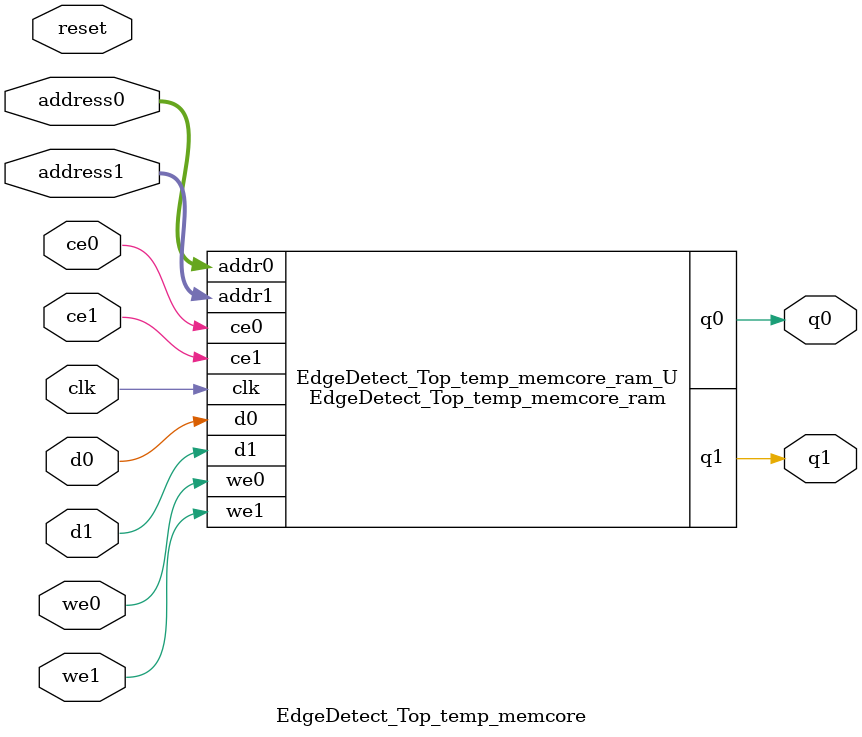
<source format=v>

`timescale 1 ns / 1 ps
module EdgeDetect_Top_temp_memcore_ram (addr0, ce0, d0, we0, q0, addr1, ce1, d1, we1, q1,  clk);

parameter DWIDTH = 1;
parameter AWIDTH = 17;
parameter MEM_SIZE = 131072;

input[AWIDTH-1:0] addr0;
input ce0;
input[DWIDTH-1:0] d0;
input we0;
output reg[DWIDTH-1:0] q0;
input[AWIDTH-1:0] addr1;
input ce1;
input[DWIDTH-1:0] d1;
input we1;
output reg[DWIDTH-1:0] q1;
input clk;

(* ram_style = "block" *)reg [DWIDTH-1:0] ram[MEM_SIZE-1:0];




always @(posedge clk)  
begin 
    if (ce0) 
    begin
        if (we0) 
        begin 
            ram[addr0] <= d0; 
            q0 <= d0;
        end 
        else 
            q0 <= ram[addr0];
    end
end


always @(posedge clk)  
begin 
    if (ce1) 
    begin
        if (we1) 
        begin 
            ram[addr1] <= d1; 
            q1 <= d1;
        end 
        else 
            q1 <= ram[addr1];
    end
end


endmodule


`timescale 1 ns / 1 ps
module EdgeDetect_Top_temp_memcore(
    reset,
    clk,
    address0,
    ce0,
    we0,
    d0,
    q0,
    address1,
    ce1,
    we1,
    d1,
    q1);

parameter DataWidth = 32'd1;
parameter AddressRange = 32'd131072;
parameter AddressWidth = 32'd17;
input reset;
input clk;
input[AddressWidth - 1:0] address0;
input ce0;
input we0;
input[DataWidth - 1:0] d0;
output[DataWidth - 1:0] q0;
input[AddressWidth - 1:0] address1;
input ce1;
input we1;
input[DataWidth - 1:0] d1;
output[DataWidth - 1:0] q1;



EdgeDetect_Top_temp_memcore_ram EdgeDetect_Top_temp_memcore_ram_U(
    .clk( clk ),
    .addr0( address0 ),
    .ce0( ce0 ),
    .d0( d0 ),
    .we0( we0 ),
    .q0( q0 ),
    .addr1( address1 ),
    .ce1( ce1 ),
    .d1( d1 ),
    .we1( we1 ),
    .q1( q1 ));

endmodule


</source>
